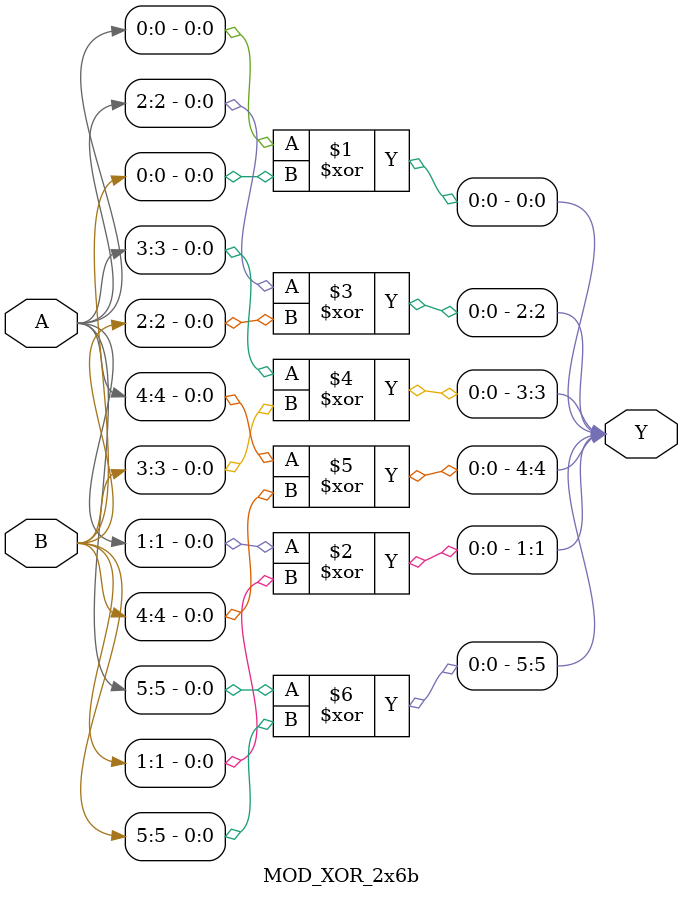
<source format=v>
`timescale 1ns / 1ps


module MOD_XOR_2x6b(
    input [5:0] A,
    input [5:0] B,
    output [5:0] Y
);

    assign Y[0] = A[0] ^ B[0];
    assign Y[1] = A[1] ^ B[1];
    assign Y[2] = A[2] ^ B[2];
    assign Y[3] = A[3] ^ B[3];
    assign Y[4] = A[4] ^ B[4];
    assign Y[5] = A[5] ^ B[5];

endmodule
</source>
